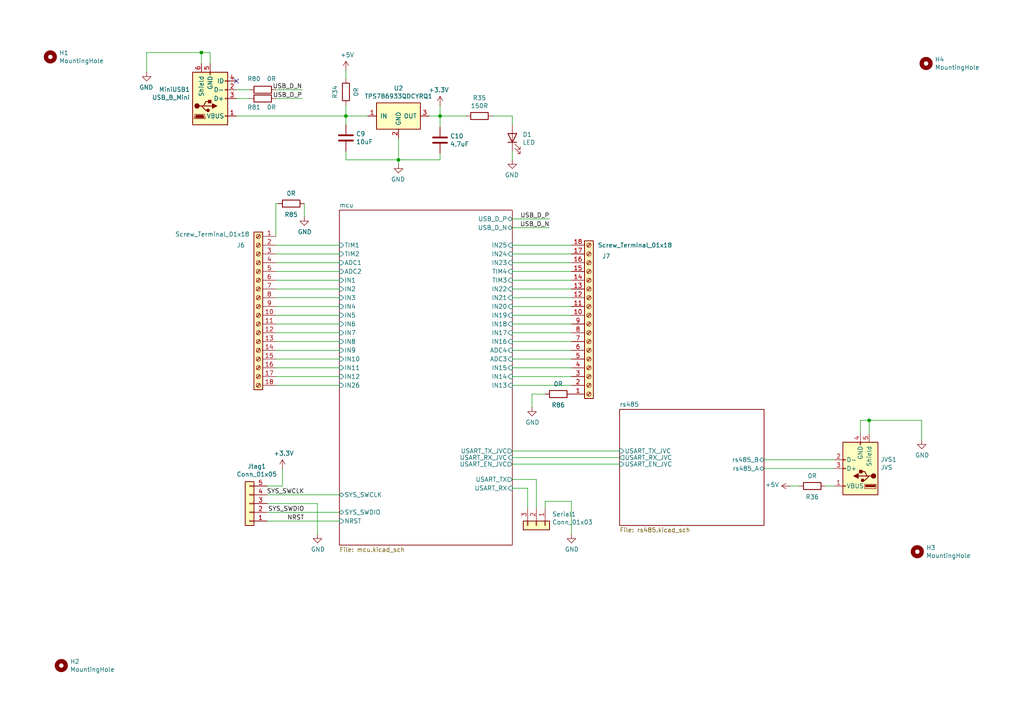
<source format=kicad_sch>
(kicad_sch (version 20250114) (generator "eeschema") (generator_version "9.0")
  (paper "A4")
  (title_block (title "Hido") (date "2020-02-10") (rev "0") (company "DottorConti"))
  (lib_symbols
    (symbol "Connector:Screw_Terminal_01x18" (pin_names (offset 1.016) (hide yes))
      (property "Reference" "J" (at 0 22.86 0))
      (property "Value" "Screw_Terminal_01x18" (at 0 -25.4 0))
      (symbol "Screw_Terminal_01x18_1_1"
        (rectangle (start -1.27 21.59) (end 1.27 -24.13) (stroke (width 0.254)) (fill (type background)))
        (polyline (pts (xy -0.5334 20.6502) (xy 0.3302 19.812)) (stroke (width 0.1524)))
        (polyline (pts (xy -0.5334 18.1102) (xy 0.3302 17.272)) (stroke (width 0.1524)))
        (polyline (pts (xy -0.5334 15.5702) (xy 0.3302 14.732)) (stroke (width 0.1524)))
        (polyline (pts (xy -0.5334 13.0302) (xy 0.3302 12.192)) (stroke (width 0.1524)))
        (polyline (pts (xy -0.5334 10.4902) (xy 0.3302 9.652)) (stroke (width 0.1524)))
        (polyline (pts (xy -0.5334 7.9502) (xy 0.3302 7.112)) (stroke (width 0.1524)))
        (polyline (pts (xy -0.5334 5.4102) (xy 0.3302 4.572)) (stroke (width 0.1524)))
        (polyline (pts (xy -0.5334 2.8702) (xy 0.3302 2.032)) (stroke (width 0.1524)))
        (polyline (pts (xy -0.5334 0.3302) (xy 0.3302 -0.508)) (stroke (width 0.1524)))
        (polyline (pts (xy -0.5334 -2.2098) (xy 0.3302 -3.048)) (stroke (width 0.1524)))
        (polyline (pts (xy -0.5334 -4.7498) (xy 0.3302 -5.588)) (stroke (width 0.1524)))
        (polyline (pts (xy -0.5334 -7.2898) (xy 0.3302 -8.128)) (stroke (width 0.1524)))
        (polyline (pts (xy -0.5334 -9.8298) (xy 0.3302 -10.668)) (stroke (width 0.1524)))
        (polyline (pts (xy -0.5334 -12.3698) (xy 0.3302 -13.208)) (stroke (width 0.1524)))
        (polyline (pts (xy -0.5334 -14.9098) (xy 0.3302 -15.748)) (stroke (width 0.1524)))
        (polyline (pts (xy -0.5334 -17.4498) (xy 0.3302 -18.288)) (stroke (width 0.1524)))
        (polyline (pts (xy -0.5334 -19.9898) (xy 0.3302 -20.828)) (stroke (width 0.1524)))
        (polyline (pts (xy -0.5334 -22.5298) (xy 0.3302 -23.368)) (stroke (width 0.1524)))
        (polyline (pts (xy -0.3556 20.828) (xy 0.508 19.9898)) (stroke (width 0.1524)))
        (polyline (pts (xy -0.3556 18.288) (xy 0.508 17.4498)) (stroke (width 0.1524)))
        (polyline (pts (xy -0.3556 15.748) (xy 0.508 14.9098)) (stroke (width 0.1524)))
        (polyline (pts (xy -0.3556 13.208) (xy 0.508 12.3698)) (stroke (width 0.1524)))
        (polyline (pts (xy -0.3556 10.668) (xy 0.508 9.8298)) (stroke (width 0.1524)))
        (polyline (pts (xy -0.3556 8.128) (xy 0.508 7.2898)) (stroke (width 0.1524)))
        (polyline (pts (xy -0.3556 5.588) (xy 0.508 4.7498)) (stroke (width 0.1524)))
        (polyline (pts (xy -0.3556 3.048) (xy 0.508 2.2098)) (stroke (width 0.1524)))
        (polyline (pts (xy -0.3556 0.508) (xy 0.508 -0.3302)) (stroke (width 0.1524)))
        (polyline (pts (xy -0.3556 -2.032) (xy 0.508 -2.8702)) (stroke (width 0.1524)))
        (polyline (pts (xy -0.3556 -4.572) (xy 0.508 -5.4102)) (stroke (width 0.1524)))
        (polyline (pts (xy -0.3556 -7.112) (xy 0.508 -7.9502)) (stroke (width 0.1524)))
        (polyline (pts (xy -0.3556 -9.652) (xy 0.508 -10.4902)) (stroke (width 0.1524)))
        (polyline (pts (xy -0.3556 -12.192) (xy 0.508 -13.0302)) (stroke (width 0.1524)))
        (polyline (pts (xy -0.3556 -14.732) (xy 0.508 -15.5702)) (stroke (width 0.1524)))
        (polyline (pts (xy -0.3556 -17.272) (xy 0.508 -18.1102)) (stroke (width 0.1524)))
        (polyline (pts (xy -0.3556 -19.812) (xy 0.508 -20.6502)) (stroke (width 0.1524)))
        (polyline (pts (xy -0.3556 -22.352) (xy 0.508 -23.1902)) (stroke (width 0.1524)))
        (circle (center 0 20.32) (radius 0.635) (stroke (width 0.1524)))
        (circle (center 0 17.78) (radius 0.635) (stroke (width 0.1524)))
        (circle (center 0 15.24) (radius 0.635) (stroke (width 0.1524)))
        (circle (center 0 12.7) (radius 0.635) (stroke (width 0.1524)))
        (circle (center 0 10.16) (radius 0.635) (stroke (width 0.1524)))
        (circle (center 0 7.62) (radius 0.635) (stroke (width 0.1524)))
        (circle (center 0 5.08) (radius 0.635) (stroke (width 0.1524)))
        (circle (center 0 2.54) (radius 0.635) (stroke (width 0.1524)))
        (circle (center 0 0) (radius 0.635) (stroke (width 0.1524)))
        (circle (center 0 -2.54) (radius 0.635) (stroke (width 0.1524)))
        (circle (center 0 -5.08) (radius 0.635) (stroke (width 0.1524)))
        (circle (center 0 -7.62) (radius 0.635) (stroke (width 0.1524)))
        (circle (center 0 -10.16) (radius 0.635) (stroke (width 0.1524)))
        (circle (center 0 -12.7) (radius 0.635) (stroke (width 0.1524)))
        (circle (center 0 -15.24) (radius 0.635) (stroke (width 0.1524)))
        (circle (center 0 -17.78) (radius 0.635) (stroke (width 0.1524)))
        (circle (center 0 -20.32) (radius 0.635) (stroke (width 0.1524)))
        (circle (center 0 -22.86) (radius 0.635) (stroke (width 0.1524)))
        (pin passive line (at -5.08 20.32 0) (length 3.81) (name "Pin_1") (number "1"))
        (pin passive line (at -5.08 17.78 0) (length 3.81) (name "Pin_2") (number "2"))
        (pin passive line (at -5.08 15.24 0) (length 3.81) (name "Pin_3") (number "3"))
        (pin passive line (at -5.08 12.7 0) (length 3.81) (name "Pin_4") (number "4"))
        (pin passive line (at -5.08 10.16 0) (length 3.81) (name "Pin_5") (number "5"))
        (pin passive line (at -5.08 7.62 0) (length 3.81) (name "Pin_6") (number "6"))
        (pin passive line (at -5.08 5.08 0) (length 3.81) (name "Pin_7") (number "7"))
        (pin passive line (at -5.08 2.54 0) (length 3.81) (name "Pin_8") (number "8"))
        (pin passive line (at -5.08 0 0) (length 3.81) (name "Pin_9") (number "9"))
        (pin passive line (at -5.08 -2.54 0) (length 3.81) (name "Pin_10") (number "10"))
        (pin passive line (at -5.08 -5.08 0) (length 3.81) (name "Pin_11") (number "11"))
        (pin passive line (at -5.08 -7.62 0) (length 3.81) (name "Pin_12") (number "12"))
        (pin passive line (at -5.08 -10.16 0) (length 3.81) (name "Pin_13") (number "13"))
        (pin passive line (at -5.08 -12.7 0) (length 3.81) (name "Pin_14") (number "14"))
        (pin passive line (at -5.08 -15.24 0) (length 3.81) (name "Pin_15") (number "15"))
        (pin passive line (at -5.08 -17.78 0) (length 3.81) (name "Pin_16") (number "16"))
        (pin passive line (at -5.08 -20.32 0) (length 3.81) (name "Pin_17") (number "17"))
        (pin passive line (at -5.08 -22.86 0) (length 3.81) (name "Pin_18") (number "18"))
      )
    )
    (symbol "Connector:USB_A" (pin_names (offset 1.016))
      (property "Reference" "J" (at -5.08 11.43 0))
      (property "Value" "USB_A" (at -5.08 8.89 0))
      (symbol "USB_A_0_1"
        (rectangle (start -5.08 -7.62) (end 5.08 7.62) (stroke (width 0.254)) (fill (type background)))
        (circle (center -3.81 2.159) (radius 0.635) (stroke (width 0.254)) (fill (type outline)))
        (polyline (pts (xy -3.175 2.159) (xy -2.54 2.159) (xy -1.27 3.429) (xy -0.635 3.429)) (stroke (width 0.254)))
        (polyline (pts (xy -2.54 2.159) (xy -1.905 2.159) (xy -1.27 0.889) (xy 0 0.889)) (stroke (width 0.254)))
        (rectangle (start -1.524 4.826) (end -4.318 5.334) (fill (type outline)))
        (rectangle (start -1.27 4.572) (end -4.572 5.842))
        (circle (center -0.635 3.429) (radius 0.381) (stroke (width 0.254)) (fill (type outline)))
        (rectangle (start -0.127 -7.62) (end 0.127 -6.858))
        (rectangle (start 0.254 1.27) (end -0.508 0.508) (stroke (width 0.254)) (fill (type outline)))
        (polyline (pts (xy 0.635 2.794) (xy 0.635 1.524) (xy 1.905 2.159) (xy 0.635 2.794)) (stroke (width 0.254)) (fill (type outline)))
        (rectangle (start 5.08 4.953) (end 4.318 5.207))
        (rectangle (start 5.08 -0.127) (end 4.318 0.127))
        (rectangle (start 5.08 -2.667) (end 4.318 -2.413))
      )
      (symbol "USB_A_1_1"
        (polyline (pts (xy -1.905 2.159) (xy 0.635 2.159)) (stroke (width 0.254)))
        (pin passive line (at -2.54 -10.16 90) (length 2.54) (name "Shield") (number "5"))
        (pin power_in line (at 0 -10.16 90) (length 2.54) (name "GND") (number "4"))
        (pin power_in line (at 7.62 5.08 180) (length 2.54) (name "VBUS") (number "1"))
        (pin bidirectional line (at 7.62 0 180) (length 2.54) (name "D+") (number "3"))
        (pin bidirectional line (at 7.62 -2.54 180) (length 2.54) (name "D-") (number "2"))
      )
    )
    (symbol "Connector:USB_B_Mini" (pin_names (offset 1.016))
      (property "Reference" "J" (at -5.08 11.43 0))
      (property "Value" "USB_B_Mini" (at -5.08 8.89 0))
      (symbol "USB_B_Mini_0_1"
        (rectangle (start -5.08 -7.62) (end 5.08 7.62) (stroke (width 0.254)) (fill (type background)))
        (polyline (pts (xy -4.699 5.842) (xy -4.699 5.588) (xy -4.445 4.826) (xy -4.445 4.572) (xy -1.651 4.572) (xy -1.651 4.826) (xy -1.397 5.588) (xy -1.397 5.842) (xy -4.699 5.842)))
        (polyline (pts (xy -4.318 5.588) (xy -1.778 5.588) (xy -2.032 4.826) (xy -4.064 4.826) (xy -4.318 5.588)) (fill (type outline)))
        (circle (center -3.81 2.159) (radius 0.635) (stroke (width 0.254)) (fill (type outline)))
        (polyline (pts (xy -3.175 2.159) (xy -2.54 2.159) (xy -1.27 3.429) (xy -0.635 3.429)) (stroke (width 0.254)))
        (polyline (pts (xy -2.54 2.159) (xy -1.905 2.159) (xy -1.27 0.889) (xy 0 0.889)) (stroke (width 0.254)))
        (polyline (pts (xy -1.905 2.159) (xy 0.635 2.159)) (stroke (width 0.254)))
        (circle (center -0.635 3.429) (radius 0.381) (stroke (width 0.254)) (fill (type outline)))
        (rectangle (start -0.127 -7.62) (end 0.127 -6.858))
        (rectangle (start 0.254 1.27) (end -0.508 0.508) (stroke (width 0.254)) (fill (type outline)))
        (polyline (pts (xy 0.635 2.794) (xy 0.635 1.524) (xy 1.905 2.159) (xy 0.635 2.794)) (stroke (width 0.254)) (fill (type outline)))
        (rectangle (start 5.08 4.953) (end 4.318 5.207))
        (rectangle (start 5.08 -0.127) (end 4.318 0.127))
        (rectangle (start 5.08 -2.667) (end 4.318 -2.413))
        (rectangle (start 5.08 -5.207) (end 4.318 -4.953))
      )
      (symbol "USB_B_Mini_1_1"
        (pin passive line (at -2.54 -10.16 90) (length 2.54) (name "Shield") (number "6"))
        (pin power_out line (at 0 -10.16 90) (length 2.54) (name "GND") (number "5"))
        (pin power_out line (at 7.62 5.08 180) (length 2.54) (name "VBUS") (number "1"))
        (pin bidirectional line (at 7.62 0 180) (length 2.54) (name "D+") (number "3"))
        (pin bidirectional line (at 7.62 -2.54 180) (length 2.54) (name "D-") (number "2"))
        (pin passive line (at 7.62 -5.08 180) (length 2.54) (name "ID") (number "4"))
      )
    )
    (symbol "Connector_Generic:Conn_01x03" (pin_names (offset 1.016) (hide yes))
      (property "Reference" "J" (at 0 5.08 0))
      (property "Value" "Conn_01x03" (at 0 -5.08 0))
      (symbol "Conn_01x03_1_1"
        (rectangle (start -1.27 3.81) (end 1.27 -3.81) (stroke (width 0.254)) (fill (type background)))
        (rectangle (start -1.27 2.667) (end 0 2.413) (stroke (width 0.1524)))
        (rectangle (start -1.27 0.127) (end 0 -0.127) (stroke (width 0.1524)))
        (rectangle (start -1.27 -2.413) (end 0 -2.667) (stroke (width 0.1524)))
        (pin passive line (at -5.08 2.54 0) (length 3.81) (name "Pin_1") (number "1"))
        (pin passive line (at -5.08 0 0) (length 3.81) (name "Pin_2") (number "2"))
        (pin passive line (at -5.08 -2.54 0) (length 3.81) (name "Pin_3") (number "3"))
      )
    )
    (symbol "Device:C" (pin_numbers (hide yes)) (pin_names (offset 0.254))
      (property "Reference" "C" (at 0.635 2.54 0))
      (property "Value" "C" (at 0.635 -2.54 0))
      (symbol "C_0_1"
        (polyline (pts (xy -2.032 0.762) (xy 2.032 0.762)) (stroke (width 0.508)))
        (polyline (pts (xy -2.032 -0.762) (xy 2.032 -0.762)) (stroke (width 0.508)))
      )
      (symbol "C_1_1"
        (pin passive line (at 0 3.81 270) (length 2.794) (name "~") (number "1"))
        (pin passive line (at 0 -3.81 90) (length 2.794) (name "~") (number "2"))
      )
    )
    (symbol "Device:LED" (pin_numbers (hide yes)) (pin_names (offset 1.016) (hide yes))
      (property "Reference" "D" (at 0 2.54 0))
      (property "Value" "LED" (at 0 -2.54 0))
      (symbol "LED_0_1"
        (polyline (pts (xy -3.048 -0.762) (xy -4.572 -2.286) (xy -3.81 -2.286) (xy -4.572 -2.286) (xy -4.572 -1.524)))
        (polyline (pts (xy -1.778 -0.762) (xy -3.302 -2.286) (xy -2.54 -2.286) (xy -3.302 -2.286) (xy -3.302 -1.524)))
        (polyline (pts (xy -1.27 0) (xy 1.27 0)))
        (polyline (pts (xy -1.27 -1.27) (xy -1.27 1.27)) (stroke (width 0.254)))
        (polyline (pts (xy 1.27 -1.27) (xy 1.27 1.27) (xy -1.27 0) (xy 1.27 -1.27)) (stroke (width 0.254)))
      )
      (symbol "LED_1_1"
        (pin passive line (at -3.81 0 0) (length 2.54) (name "K") (number "1"))
        (pin passive line (at 3.81 0 180) (length 2.54) (name "A") (number "2"))
      )
    )
    (symbol "Device:R" (pin_numbers (hide yes)) (pin_names (offset 0))
      (property "Reference" "R" (at 2.032 0 90))
      (property "Value" "R" (at 0 0 90))
      (symbol "R_0_1"
        (rectangle (start -1.016 -2.54) (end 1.016 2.54) (stroke (width 0.254)))
      )
      (symbol "R_1_1"
        (pin passive line (at 0 3.81 270) (length 1.27) (name "~") (number "1"))
        (pin passive line (at 0 -3.81 90) (length 1.27) (name "~") (number "2"))
      )
    )
    (symbol "Mechanical:MountingHole" (pin_names (offset 1.016)) (in_bom no)
      (property "Reference" "H" (at 0 5.08 0))
      (property "Value" "MountingHole" (at 0 3.175 0))
      (symbol "MountingHole_0_1"
        (circle (center 0 0) (radius 1.27) (stroke (width 1.27)))
      )
    )
    (symbol "power:+3.3V" (power) (pin_numbers (hide yes)) (pin_names (offset 0) (hide yes))
      (property "Value" "+3.3V" (at 0 3.556 0))
      (symbol "+3.3V_0_1"
        (polyline (pts (xy -0.762 1.27) (xy 0 2.54)))
        (polyline (pts (xy 0 2.54) (xy 0.762 1.27)))
        (polyline (pts (xy 0 0) (xy 0 2.54)))
      )
      (symbol "+3.3V_1_1"
        (pin power_in line (at 0 0 90) (length 0) (name "~") (number "1"))
      )
    )
    (symbol "power:+5V" (power) (pin_numbers (hide yes)) (pin_names (offset 0) (hide yes))
      (property "Value" "+5V" (at 0 3.556 0))
      (symbol "+5V_0_1"
        (polyline (pts (xy -0.762 1.27) (xy 0 2.54)))
        (polyline (pts (xy 0 2.54) (xy 0.762 1.27)))
        (polyline (pts (xy 0 0) (xy 0 2.54)))
      )
      (symbol "+5V_1_1"
        (pin power_in line (at 0 0 90) (length 0) (name "~") (number "1"))
      )
    )
    (symbol "power:GND" (power) (pin_numbers (hide yes)) (pin_names (offset 0) (hide yes))
      (property "Value" "GND" (at 0 -3.81 0))
      (symbol "GND_0_1"
        (polyline (pts (xy 0 0) (xy 0 -1.27) (xy 1.27 -1.27) (xy 0 -2.54) (xy -1.27 -1.27) (xy 0 -1.27)))
      )
      (symbol "GND_1_1"
        (pin power_in line (at 0 0 270) (length 0) (name "~") (number "1"))
      )
    )
    (symbol "sirena_connector:Conn_01x05" (pin_names (offset 1.016) (hide yes))
      (property "Reference" "J" (at 0 7.62 0))
      (property "Value" "sirena_connector_Conn_01x05" (at 0 -7.62 0))
      (symbol "Conn_01x05_1_1"
        (rectangle (start -1.27 6.35) (end 1.27 -6.35) (stroke (width 0.254)) (fill (type background)))
        (rectangle (start -1.27 5.207) (end 0 4.953) (stroke (width 0.1524)))
        (rectangle (start -1.27 2.667) (end 0 2.413) (stroke (width 0.1524)))
        (rectangle (start -1.27 0.127) (end 0 -0.127) (stroke (width 0.1524)))
        (rectangle (start -1.27 -2.413) (end 0 -2.667) (stroke (width 0.1524)))
        (rectangle (start -1.27 -4.953) (end 0 -5.207) (stroke (width 0.1524)))
        (pin passive line (at -5.08 5.08 0) (length 3.81) (name "Pin_1") (number "1"))
        (pin passive line (at -5.08 2.54 0) (length 3.81) (name "Pin_2") (number "2"))
        (pin passive line (at -5.08 0 0) (length 3.81) (name "Pin_3") (number "3"))
        (pin passive line (at -5.08 -2.54 0) (length 3.81) (name "Pin_4") (number "4"))
        (pin passive line (at -5.08 -5.08 0) (length 3.81) (name "Pin_5") (number "5"))
      )
    )
    (symbol "sirena_regulator_linear:TPS7B6933QDCYRQ1" (pin_names (offset 1.016))
      (property "Reference" "U" (at 3.81 -8.89 0))
      (property "Value" "sirena_regulator_linear_TPS7B6933QDCYRQ1" (at 0 1.27 0))
      (symbol "TPS7B6933QDCYRQ1_0_1"
        (rectangle (start -6.35 0) (end 6.35 -7.62) (stroke (width 0.254)) (fill (type background)))
      )
      (symbol "TPS7B6933QDCYRQ1_1_1"
        (pin power_in line (at -8.89 -3.81 0) (length 2.54) (name "IN") (number "1"))
        (pin power_in line (at 0 -10.16 90) (length 2.54) (name "GND") (number "2"))
        (pin power_out line (at 8.89 -3.81 180) (length 2.54) (name "OUT") (number "3"))
      )
    )
  )
  (junction (at 252.095 121.92))
  (junction (at 58.42 15.24))
  (junction (at 115.57 46.355))
  (junction (at 127.635 33.655))
  (junction (at 100.33 33.655))
  (no_connect (at 68.58 23.495))
  (wire (pts (xy 158.115 114.3) (xy 154.305 114.3)))
  (wire (pts (xy 165.735 93.98) (xy 148.59 93.98)))
  (wire (pts (xy 68.58 33.655) (xy 100.33 33.655)))
  (wire (pts (xy 221.615 133.35) (xy 241.935 133.35)))
  (wire (pts (xy 58.42 15.24) (xy 60.96 15.24)))
  (wire (pts (xy 77.47 143.51) (xy 98.425 143.51)))
  (wire (pts (xy 80.01 109.22) (xy 98.425 109.22)))
  (wire (pts (xy 68.58 26.035) (xy 72.39 26.035)))
  (wire (pts (xy 148.59 46.355) (xy 148.59 43.815)))
  (wire (pts (xy 153.035 147.32) (xy 153.035 141.605)))
  (wire (pts (xy 165.735 104.14) (xy 148.59 104.14)))
  (wire (pts (xy 80.01 76.2) (xy 98.425 76.2)))
  (wire (pts (xy 77.47 148.59) (xy 98.425 148.59)))
  (wire (pts (xy 135.255 33.655) (xy 127.635 33.655)))
  (wire (pts (xy 80.01 81.28) (xy 98.425 81.28)))
  (wire (pts (xy 80.01 91.44) (xy 98.425 91.44)))
  (wire (pts (xy 267.335 121.92) (xy 252.095 121.92)))
  (wire (pts (xy 165.735 99.06) (xy 148.59 99.06)))
  (wire (pts (xy 77.47 146.05) (xy 92.075 146.05)))
  (wire (pts (xy 100.33 43.815) (xy 100.33 46.355)))
  (wire (pts (xy 68.58 28.575) (xy 72.39 28.575)))
  (wire (pts (xy 165.735 73.66) (xy 148.59 73.66)))
  (wire (pts (xy 60.96 18.415) (xy 60.96 15.24)))
  (wire (pts (xy 106.68 33.655) (xy 100.33 33.655)))
  (wire (pts (xy 42.545 15.24) (xy 58.42 15.24)))
  (wire (pts (xy 165.735 71.12) (xy 148.59 71.12)))
  (wire (pts (xy 155.575 139.065) (xy 148.59 139.065)))
  (wire (pts (xy 252.095 121.92) (xy 249.555 121.92)))
  (wire (pts (xy 154.305 114.3) (xy 154.305 118.11)))
  (wire (pts (xy 165.735 81.28) (xy 148.59 81.28)))
  (wire (pts (xy 42.545 20.955) (xy 42.545 15.24)))
  (wire (pts (xy 148.59 83.82) (xy 165.735 83.82)))
  (wire (pts (xy 221.615 135.89) (xy 241.935 135.89)))
  (wire (pts (xy 92.075 146.05) (xy 92.075 154.94)))
  (wire (pts (xy 80.01 106.68) (xy 98.425 106.68)))
  (wire (pts (xy 148.59 91.44) (xy 165.735 91.44)))
  (wire (pts (xy 80.01 101.6) (xy 98.425 101.6)))
  (wire (pts (xy 148.59 132.715) (xy 179.705 132.715)))
  (wire (pts (xy 148.59 141.605) (xy 153.035 141.605)))
  (wire (pts (xy 165.735 145.415) (xy 158.115 145.415)))
  (wire (pts (xy 148.59 76.2) (xy 165.735 76.2)))
  (wire (pts (xy 80.01 71.12) (xy 98.425 71.12)))
  (wire (pts (xy 80.01 86.36) (xy 98.425 86.36)))
  (wire (pts (xy 127.635 33.655) (xy 127.635 30.48)))
  (wire (pts (xy 241.935 140.97) (xy 239.395 140.97)))
  (wire (pts (xy 229.235 140.97) (xy 231.775 140.97)))
  (wire (pts (xy 148.59 66.04) (xy 159.385 66.04)))
  (wire (pts (xy 148.59 33.655) (xy 148.59 36.195)))
  (wire (pts (xy 165.735 88.9) (xy 148.59 88.9)))
  (wire (pts (xy 142.875 33.655) (xy 148.59 33.655)))
  (wire (pts (xy 267.335 127.635) (xy 267.335 121.92)))
  (wire (pts (xy 58.42 18.415) (xy 58.42 15.24)))
  (wire (pts (xy 165.735 86.36) (xy 148.59 86.36)))
  (wire (pts (xy 80.01 68.58) (xy 80.01 59.055)))
  (wire (pts (xy 165.735 96.52) (xy 148.59 96.52)))
  (wire (pts (xy 165.735 101.6) (xy 148.59 101.6)))
  (wire (pts (xy 81.915 140.97) (xy 77.47 140.97)))
  (wire (pts (xy 77.47 151.13) (xy 98.425 151.13)))
  (wire (pts (xy 249.555 121.92) (xy 249.555 125.73)))
  (wire (pts (xy 81.915 135.89) (xy 81.915 140.97)))
  (wire (pts (xy 148.59 134.62) (xy 179.705 134.62)))
  (wire (pts (xy 80.01 83.82) (xy 98.425 83.82)))
  (wire (pts (xy 115.57 46.355) (xy 115.57 40.005)))
  (wire (pts (xy 100.33 33.655) (xy 100.33 36.195)))
  (wire (pts (xy 100.33 20.32) (xy 100.33 22.86)))
  (wire (pts (xy 80.01 78.74) (xy 98.425 78.74)))
  (wire (pts (xy 165.735 109.22) (xy 148.59 109.22)))
  (wire (pts (xy 80.01 93.98) (xy 98.425 93.98)))
  (wire (pts (xy 155.575 139.065) (xy 155.575 147.32)))
  (wire (pts (xy 127.635 36.83) (xy 127.635 33.655)))
  (wire (pts (xy 80.01 26.035) (xy 87.63 26.035)))
  (wire (pts (xy 115.57 47.625) (xy 115.57 46.355)))
  (wire (pts (xy 88.265 62.865) (xy 88.265 59.055)))
  (wire (pts (xy 165.735 111.76) (xy 148.59 111.76)))
  (wire (pts (xy 165.735 78.74) (xy 148.59 78.74)))
  (wire (pts (xy 127.635 46.355) (xy 115.57 46.355)))
  (wire (pts (xy 80.01 28.575) (xy 87.63 28.575)))
  (wire (pts (xy 80.645 59.055) (xy 80.01 59.055)))
  (wire (pts (xy 158.115 145.415) (xy 158.115 147.32)))
  (wire (pts (xy 100.33 46.355) (xy 115.57 46.355)))
  (wire (pts (xy 127.635 44.45) (xy 127.635 46.355)))
  (wire (pts (xy 80.01 104.14) (xy 98.425 104.14)))
  (wire (pts (xy 252.095 125.73) (xy 252.095 121.92)))
  (wire (pts (xy 148.59 130.81) (xy 179.705 130.81)))
  (wire (pts (xy 100.33 30.48) (xy 100.33 33.655)))
  (wire (pts (xy 80.01 111.76) (xy 98.425 111.76)))
  (wire (pts (xy 159.385 63.5) (xy 148.59 63.5)))
  (wire (pts (xy 165.735 154.94) (xy 165.735 145.415)))
  (wire (pts (xy 80.01 96.52) (xy 98.425 96.52)))
  (wire (pts (xy 124.46 33.655) (xy 127.635 33.655)))
  (wire (pts (xy 80.01 99.06) (xy 98.425 99.06)))
  (wire (pts (xy 80.01 88.9) (xy 98.425 88.9)))
  (wire (pts (xy 80.01 73.66) (xy 98.425 73.66)))
  (wire (pts (xy 165.735 106.68) (xy 148.59 106.68)))
  (label "SYS_SWDIO" (at 88.265 148.59 180))
  (label "USB_D_N" (at 159.385 66.04 180))
  (label "SYS_SWCLK" (at 88.265 143.51 180))
  (label "NRST" (at 88.265 151.13 180))
  (label "USB_D_P" (at 87.63 28.575 180))
  (label "USB_D_P" (at 159.385 63.5 180))
  (label "USB_D_N" (at 87.63 26.035 180))
  (symbol (lib_id "Connector:USB_B_Mini") (at 60.96 28.575 0) (mirror x) (unit 1)
    (property "Reference" "MiniUSB1" (at 55.118 25.9588 0) (effects (justify right)))
    (property "Value" "USB_B_Mini" (at 55.118 28.2702 0) (effects (justify right)))
    (property "Footprint" "Connector_USB:USB_Mini-B_Lumberg_2486_01_Horizontal" (effects (hide yes)))
  )
  (symbol (lib_id "Connector:USB_A") (at 249.555 135.89 180) (unit 1)
    (property "Reference" "JVS1" (at 255.397 133.2738 0) (effects (justify right)))
    (property "Value" "JVS" (at 255.397 135.5852 0) (effects (justify right)))
    (property "Footprint" "Connector_USB:USB_A_Stewart_SS-52100-001_Horizontal" (effects (hide yes)))
  )
  (symbol (lib_id "sirena_connector:Conn_01x05") (at 72.39 146.05 180) (unit 1)
    (property "Reference" "Jtag1" (at 74.4728 135.255 0))
    (property "Value" "Conn_01x05" (at 74.4728 137.5664 0))
    (property "Footprint" "Connector_PinHeader_2.54mm:PinHeader_1x05_P2.54mm_Vertical" (effects (hide yes)))
  )
  (symbol (lib_id "sirena_regulator_linear:TPS7B6933QDCYRQ1") (at 115.57 29.845 0) (unit 1)
    (property "Reference" "U2" (at 115.57 25.6032 0))
    (property "Value" "TPS7B6933QDCYRQ1" (at 115.57 27.9146 0))
    (property "Footprint" "sirena_TO_SOT_SMD:SOT-223-3_TabPin2" (effects (hide yes)))
    (property "Datasheet" "http://www.ti.com/lit/ds/symlink/tps7b69-q1.pdf" (effects (hide yes)))
    (property "Manufacturer" "Texas Instruments" (effects (hide yes)))
    (property "Description" "LDO.SMD.TPS7B6933QDCYRQ1.sot223.40Vdc.3,3Vdc.150mA" (effects (hide yes)))
    (property "Sirena cod" "_" (effects (hide yes)))
    (property "Price1k" "_" (effects (hide yes)))
    (property "Note" "_" (effects (hide yes)))
  )
  (symbol (lib_id "power:GND") (at 115.57 47.625 0) (mirror y) (unit 1)
    (property "Reference" "#PWR0106" (effects (hide yes)))
    (property "Value" "GND" (at 115.443 52.0192 0))
  )
  (symbol (lib_id "power:GND") (at 42.545 20.955 0) (mirror y) (unit 1)
    (property "Reference" "#PWR0101" (effects (hide yes)))
    (property "Value" "GND" (at 42.418 25.3492 0))
  )
  (symbol (lib_id "power:+3.3V") (at 127.635 30.48 0) (mirror y) (unit 1)
    (property "Reference" "#PWR0102" (effects (hide yes)))
    (property "Value" "+3.3V" (at 127.254 26.0858 0))
  )
  (symbol (lib_id "power:GND") (at 267.335 127.635 0) (unit 1)
    (property "Reference" "#PWR0105" (effects (hide yes)))
    (property "Value" "GND" (at 267.462 132.0292 0))
  )
  (symbol (lib_id "Device:C") (at 100.33 40.005 0) (unit 1)
    (property "Reference" "C9" (at 103.251 38.8366 0) (effects (justify left)))
    (property "Value" "10uF" (at 103.251 41.148 0) (effects (justify left)))
    (property "Footprint" "Capacitor_SMD:C_0603_1608Metric" (effects (hide yes)))
  )
  (symbol (lib_id "Device:C") (at 127.635 40.64 0) (unit 1)
    (property "Reference" "C10" (at 130.556 39.4716 0) (effects (justify left)))
    (property "Value" "4,7uF" (at 130.556 41.783 0) (effects (justify left)))
    (property "Footprint" "Capacitor_SMD:C_0603_1608Metric" (effects (hide yes)))
  )
  (symbol (lib_id "Connector_Generic:Conn_01x03") (at 155.575 152.4 270) (unit 1)
    (property "Reference" "Serial1" (at 160.147 149.1488 90) (effects (justify left)))
    (property "Value" "Conn_01x03" (at 160.147 151.4602 90) (effects (justify left)))
    (property "Footprint" "Connector_PinHeader_2.54mm:PinHeader_1x03_P2.54mm_Vertical" (effects (hide yes)))
  )
  (symbol (lib_id "Device:R") (at 100.33 26.67 180) (unit 1)
    (property "Reference" "R34" (at 97.155 26.67 90))
    (property "Value" "0R" (at 103.2764 26.67 90))
    (property "Footprint" "Resistor_SMD:R_0603_1608Metric" (effects (hide yes)))
  )
  (symbol (lib_id "Device:R") (at 235.585 140.97 270) (unit 1)
    (property "Reference" "R36" (at 235.585 144.145 90))
    (property "Value" "0R" (at 235.585 138.0236 90))
    (property "Footprint" "Resistor_SMD:R_0603_1608Metric" (effects (hide yes)))
  )
  (symbol (lib_id "power:+5V") (at 100.33 20.32 0) (unit 1)
    (property "Reference" "#PWR0108" (effects (hide yes)))
    (property "Value" "+5V" (at 100.711 15.9258 0))
  )
  (symbol (lib_id "power:+5V") (at 229.235 140.97 90) (unit 1)
    (property "Reference" "#PWR0109" (effects (hide yes)))
    (property "Value" "+5V" (at 225.9838 140.589 90) (effects (justify left)))
  )
  (symbol (lib_id "Device:R") (at 76.2 26.035 90) (unit 1)
    (property "Reference" "R80" (at 73.66 22.86 90))
    (property "Value" "0R" (at 78.74 22.86 90))
    (property "Footprint" "Resistor_SMD:R_0603_1608Metric" (effects (hide yes)))
  )
  (symbol (lib_id "Device:R") (at 76.2 28.575 90) (unit 1)
    (property "Reference" "R81" (at 73.66 31.115 90))
    (property "Value" "0R" (at 78.74 31.115 90))
    (property "Footprint" "Resistor_SMD:R_0603_1608Metric" (effects (hide yes)))
  )
  (symbol (lib_id "power:+3.3V") (at 81.915 135.89 0) (unit 1)
    (property "Reference" "#PWR0104" (effects (hide yes)))
    (property "Value" "+3.3V" (at 82.296 131.4958 0))
  )
  (symbol (lib_id "power:GND") (at 92.075 154.94 0) (unit 1)
    (property "Reference" "#PWR0103" (effects (hide yes)))
    (property "Value" "GND" (at 92.202 159.3342 0))
  )
  (symbol (lib_id "power:GND") (at 165.735 154.94 0) (unit 1)
    (property "Reference" "#PWR0107" (effects (hide yes)))
    (property "Value" "GND" (at 165.862 159.3342 0))
  )
  (symbol (lib_id "Connector:Screw_Terminal_01x18") (at 170.815 93.98 0) (mirror x) (unit 1)
    (property "Reference" "J7" (at 174.625 74.295 0) (effects (justify left)))
    (property "Value" "Screw_Terminal_01x18" (at 173.355 71.12 0) (effects (justify left)))
    (property "Footprint" "1708006:SHDR18W130P0X500_1X18_9000X950X1500P" (effects (hide yes)))
  )
  (symbol (lib_id "Connector:Screw_Terminal_01x18") (at 74.93 88.9 0) (mirror y) (unit 1)
    (property "Reference" "J6" (at 69.85 71.12 0))
    (property "Value" "Screw_Terminal_01x18" (at 61.595 67.945 0))
    (property "Footprint" "1708006:SHDR18W130P0X500_1X18_9000X950X1500P" (effects (hide yes)))
  )
  (symbol (lib_id "power:GND") (at 88.265 62.865 0) (unit 1)
    (property "Reference" "#PWR0116" (effects (hide yes)))
    (property "Value" "GND" (at 88.392 67.2592 0))
  )
  (symbol (lib_id "Device:R") (at 161.925 114.3 270) (unit 1)
    (property "Reference" "R86" (at 161.925 117.475 90))
    (property "Value" "0R" (at 161.925 111.3536 90))
    (property "Footprint" "Resistor_SMD:R_0603_1608Metric" (effects (hide yes)))
  )
  (symbol (lib_id "Device:R") (at 84.455 59.055 270) (unit 1)
    (property "Reference" "R85" (at 84.455 62.23 90))
    (property "Value" "0R" (at 84.455 56.1086 90))
    (property "Footprint" "Resistor_SMD:R_0603_1608Metric" (effects (hide yes)))
  )
  (symbol (lib_id "power:GND") (at 154.305 118.11 0) (unit 1)
    (property "Reference" "#PWR0117" (effects (hide yes)))
    (property "Value" "GND" (at 154.432 122.5042 0))
  )
  (symbol (lib_id "Device:R") (at 139.065 33.655 270) (unit 1)
    (property "Reference" "R35" (at 139.065 28.3972 90))
    (property "Value" "150R" (at 139.065 30.7086 90))
    (property "Footprint" "Resistor_SMD:R_0603_1608Metric" (effects (hide yes)))
  )
  (symbol (lib_id "Device:LED") (at 148.59 40.005 90) (unit 1)
    (property "Reference" "D1" (at 151.5618 39.0144 90) (effects (justify right)))
    (property "Value" "LED" (at 151.5618 41.3258 90) (effects (justify right)))
    (property "Footprint" "LED_SMD:LED_PLCC-2" (effects (hide yes)))
  )
  (symbol (lib_id "power:GND") (at 148.59 46.355 0) (mirror y) (unit 1)
    (property "Reference" "#PWR0118" (effects (hide yes)))
    (property "Value" "GND" (at 148.463 50.7492 0))
  )
  (symbol (lib_id "Mechanical:MountingHole") (at 14.605 16.51 0) (unit 1)
    (property "Reference" "H1" (at 17.145 15.3416 0) (effects (justify left)))
    (property "Value" "MountingHole" (at 17.145 17.653 0) (effects (justify left)))
    (property "Footprint" "MountingHole:MountingHole_5mm" (effects (hide yes)))
  )
  (symbol (lib_id "Mechanical:MountingHole") (at 268.605 18.415 0) (unit 1)
    (property "Reference" "H4" (at 271.145 17.2466 0) (effects (justify left)))
    (property "Value" "MountingHole" (at 271.145 19.558 0) (effects (justify left)))
    (property "Footprint" "MountingHole:MountingHole_5mm" (effects (hide yes)))
  )
  (symbol (lib_id "Mechanical:MountingHole") (at 17.78 193.04 0) (unit 1)
    (property "Reference" "H2" (at 20.32 191.8716 0) (effects (justify left)))
    (property "Value" "MountingHole" (at 20.32 194.183 0) (effects (justify left)))
    (property "Footprint" "MountingHole:MountingHole_5mm" (effects (hide yes)))
  )
  (symbol (lib_id "Mechanical:MountingHole") (at 266.065 160.02 0) (unit 1)
    (property "Reference" "H3" (at 268.605 158.8516 0) (effects (justify left)))
    (property "Value" "MountingHole" (at 268.605 161.163 0) (effects (justify left)))
    (property "Footprint" "MountingHole:MountingHole_5mm" (effects (hide yes)))
  )
  (sheet (at 98.425 60.96) (size 50.165 97.155)
    (property "Sheetname" "mcu" (at 98.425 60.2484 0) (effects (justify left bottom)))
    (property "Sheetfile" "mcu.kicad_sch" (at 98.425 158.6996 0) (effects (justify left top)))
    (pin "USART_RX" input (at 148.59 141.605 0))
    (pin "USART_TX" output (at 148.59 139.065 0))
    (pin "IN17" input (at 148.59 96.52 0))
    (pin "IN19" input (at 148.59 91.44 0))
    (pin "IN18" input (at 148.59 93.98 0))
    (pin "IN2" input (at 98.425 83.82 180))
    (pin "IN3" input (at 98.425 86.36 180))
    (pin "IN4" input (at 98.425 88.9 180))
    (pin "IN14" input (at 148.59 109.22 0))
    (pin "IN15" input (at 148.59 106.68 0))
    (pin "IN16" input (at 148.59 99.06 0))
    (pin "TIM3" input (at 148.59 81.28 0))
    (pin "TIM4" input (at 148.59 78.74 0))
    (pin "IN5" input (at 98.425 91.44 180))
    (pin "IN6" input (at 98.425 93.98 180))
    (pin "IN8" input (at 98.425 99.06 180))
    (pin "IN9" input (at 98.425 101.6 180))
    (pin "IN10" input (at 98.425 104.14 180))
    (pin "ADC1" input (at 98.425 76.2 180))
    (pin "ADC2" input (at 98.425 78.74 180))
    (pin "TIM1" input (at 98.425 71.12 180))
    (pin "TIM2" input (at 98.425 73.66 180))
    (pin "SYS_SWCLK" bidirectional (at 98.425 143.51 180))
    (pin "SYS_SWDIO" bidirectional (at 98.425 148.59 180))
    (pin "IN12" input (at 98.425 109.22 180))
    (pin "IN1" input (at 98.425 81.28 180))
    (pin "IN7" input (at 98.425 96.52 180))
    (pin "IN11" input (at 98.425 106.68 180))
    (pin "IN13" input (at 148.59 111.76 0))
    (pin "IN20" input (at 148.59 88.9 0))
    (pin "ADC3" input (at 148.59 104.14 0))
    (pin "ADC4" input (at 148.59 101.6 0))
    (pin "NRST" input (at 98.425 151.13 180))
    (pin "IN21" input (at 148.59 86.36 0))
    (pin "IN22" input (at 148.59 83.82 0))
    (pin "IN24" input (at 148.59 73.66 0))
    (pin "IN23" input (at 148.59 76.2 0))
    (pin "IN25" input (at 148.59 71.12 0))
    (pin "USB_D_P" bidirectional (at 148.59 63.5 0))
    (pin "USB_D_N" bidirectional (at 148.59 66.04 0))
    (pin "IN26" input (at 98.425 111.76 180))
    (pin "USART_RX_JVC" input (at 148.59 132.715 0))
    (pin "USART_TX_JVC" output (at 148.59 130.81 0))
    (pin "USART_EN_JVC" output (at 148.59 134.62 0))
  )
  (sheet (at 179.705 118.745) (size 41.91 33.655)
    (property "Sheetname" "rs485" (at 179.705 118.0334 0) (effects (justify left bottom)))
    (property "Sheetfile" "rs485.kicad_sch" (at 179.705 152.9846 0) (effects (justify left top)))
    (pin "rs485_B" bidirectional (at 221.615 133.35 0))
    (pin "rs485_A" bidirectional (at 221.615 135.89 0))
    (pin "USART_TX_JVC" input (at 179.705 130.81 180))
    (pin "USART_RX_JVC" output (at 179.705 132.715 180))
    (pin "USART_EN_JVC" input (at 179.705 134.62 180))
  )
)
</source>
